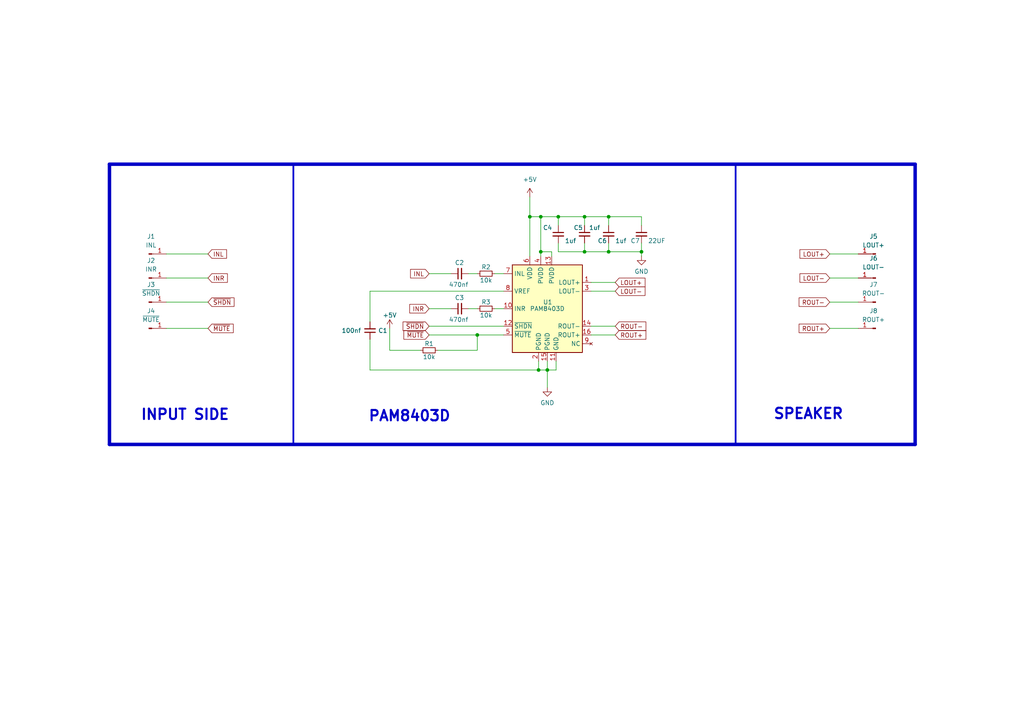
<source format=kicad_sch>
(kicad_sch (version 20211123) (generator eeschema)
  (paper "A4")
  (title_block (title "PAM8403D-KIT") (company "SPECIFIC_ELECTRONICS") (comment 1 "Author - Debraj Das") (comment 2 "Date - 1/11/2022"))
  (lib_symbols
    (symbol "Amplifier_Audio:PAM8403D"
      (property "Reference" "U?" (at -15.875 24.13 0))
      (property "Value" "PAM8403D" (at -19.685 22.225 0))
      (symbol "PAM8403D_0_1"
        (rectangle (start -10.16 12.7) (end 10.16 -12.7) (stroke (width 0.254)) (fill (type background)))
      )
      (symbol "PAM8403D_1_1"
        (pin output line (at 12.7 7.62 180) (length 2.54) (name "LOUT+") (number "1"))
        (pin input line (at -12.7 0 0) (length 2.54) (name "INR") (number "10"))
        (pin power_in line (at 2.54 -15.24 90) (length 2.54) (name "GND") (number "11"))
        (pin input line (at -12.7 -5.08 0) (length 2.54) (name "~{SHDN}") (number "12"))
        (pin input line (at 1.27 15.24 270) (length 2.54) (name "PVDD") (number "13"))
        (pin output line (at 12.7 -5.08 180) (length 2.54) (name "ROUT-") (number "14"))
        (pin passive line (at 0 -15.24 90) (length 2.54) (name "PGND") (number "15"))
        (pin output line (at 12.7 -7.62 180) (length 2.54) (name "ROUT+") (number "16"))
        (pin power_in line (at -2.54 -15.24 90) (length 2.54) (name "PGND") (number "2"))
        (pin output line (at 12.7 5.08 180) (length 2.54) (name "LOUT-") (number "3"))
        (pin power_in line (at -1.905 15.24 270) (length 2.54) (name "PVDD") (number "4"))
        (pin input line (at -12.7 -7.62 0) (length 2.54) (name "~{MUTE}") (number "5"))
        (pin power_in line (at -5.08 15.24 270) (length 2.54) (name "VDD") (number "6"))
        (pin input line (at -12.7 10.16 0) (length 2.54) (name "INL") (number "7"))
        (pin input line (at -12.7 5.08 0) (length 2.54) (name "VREF") (number "8"))
        (pin no_connect line (at 12.7 -10.16 180) (length 2.54) (name "NC") (number "9"))
      )
    )
    (symbol "Connector:Conn_01x01_Male" (pin_names (offset 1.016) hide)
      (property "Reference" "J" (at 0 2.54 0))
      (property "Value" "Conn_01x01_Male" (at 0 -2.54 0))
      (symbol "Conn_01x01_Male_1_1"
        (polyline (pts (xy 1.27 0) (xy 0.8636 0)) (stroke (width 0.1524)))
        (rectangle (start 0.8636 0.127) (end 0 -0.127) (stroke (width 0.1524)) (fill (type outline)))
        (pin passive line (at 5.08 0 180) (length 3.81) (name "Pin_1") (number "1"))
      )
    )
    (symbol "Device:C_Small" (pin_numbers hide) (pin_names (offset 0.254) hide)
      (property "Reference" "C" (at 0.254 1.778 0))
      (property "Value" "C_Small" (at 0.254 -2.032 0))
      (symbol "C_Small_0_1"
        (polyline (pts (xy -1.524 -0.508) (xy 1.524 -0.508)) (stroke (width 0.3302)))
        (polyline (pts (xy -1.524 0.508) (xy 1.524 0.508)) (stroke (width 0.3048)))
      )
      (symbol "C_Small_1_1"
        (pin passive line (at 0 2.54 270) (length 2.032) (name "~") (number "1"))
        (pin passive line (at 0 -2.54 90) (length 2.032) (name "~") (number "2"))
      )
    )
    (symbol "Device:R_Small" (pin_numbers hide) (pin_names (offset 0.254) hide)
      (property "Reference" "R" (at 0.762 0.508 0))
      (property "Value" "R_Small" (at 0.762 -1.016 0))
      (symbol "R_Small_0_1"
        (rectangle (start -0.762 1.778) (end 0.762 -1.778) (stroke (width 0.2032)))
      )
      (symbol "R_Small_1_1"
        (pin passive line (at 0 2.54 270) (length 0.762) (name "~") (number "1"))
        (pin passive line (at 0 -2.54 90) (length 0.762) (name "~") (number "2"))
      )
    )
    (symbol "power:+5V" (power) (pin_names (offset 0))
      (property "Value" "+5V" (at 0 3.556 0))
      (symbol "+5V_0_1"
        (polyline (pts (xy -0.762 1.27) (xy 0 2.54)))
        (polyline (pts (xy 0 0) (xy 0 2.54)))
        (polyline (pts (xy 0 2.54) (xy 0.762 1.27)))
      )
      (symbol "+5V_1_1"
        (pin power_in line (at 0 0 90) (length 0) hide (name "+5V") (number "1"))
      )
    )
    (symbol "power:GND" (power) (pin_names (offset 0))
      (property "Value" "GND" (at 0 -3.81 0))
      (symbol "GND_0_1"
        (polyline (pts (xy 0 0) (xy 0 -1.27) (xy 1.27 -1.27) (xy 0 -2.54) (xy -1.27 -1.27) (xy 0 -1.27)))
      )
      (symbol "GND_1_1"
        (pin power_in line (at 0 0 270) (length 0) hide (name "GND") (number "1"))
      )
    )
  )
  (junction (at 161.925 62.865))
  (junction (at 158.75 107.315))
  (junction (at 156.845 73.025))
  (junction (at 156.845 62.865))
  (junction (at 153.67 62.865))
  (junction (at 169.545 73.025))
  (junction (at 138.43 97.155))
  (junction (at 186.055 73.025))
  (junction (at 156.21 107.315))
  (junction (at 169.545 62.865))
  (junction (at 176.53 62.865))
  (junction (at 176.53 73.025))
  (wire (pts (xy 161.925 70.485) (xy 161.925 73.025)))
  (wire (pts (xy 161.29 104.775) (xy 161.29 107.315)))
  (wire (pts (xy 107.315 93.345) (xy 107.315 84.455)))
  (polyline (pts (xy 31.75 47.625) (xy 265.43 47.625)) (stroke (width 1) (type solid)))
  (wire (pts (xy 153.67 62.865) (xy 156.845 62.865)))
  (wire (pts (xy 124.46 89.535) (xy 130.81 89.535)))
  (wire (pts (xy 113.03 95.25) (xy 113.03 101.6)))
  (wire (pts (xy 240.665 80.645) (xy 248.92 80.645)))
  (polyline (pts (xy 31.75 47.625) (xy 31.75 128.905)) (stroke (width 1) (type solid)))
  (wire (pts (xy 171.45 81.915) (xy 178.435 81.915)))
  (wire (pts (xy 156.21 104.775) (xy 156.21 107.315)))
  (wire (pts (xy 138.43 97.155) (xy 138.43 101.6)))
  (wire (pts (xy 124.46 94.615) (xy 146.05 94.615)))
  (polyline (pts (xy 213.36 47.625) (xy 213.36 128.905)) (stroke (width 0.5) (type solid)))
  (wire (pts (xy 113.03 101.6) (xy 121.92 101.6)))
  (wire (pts (xy 186.055 73.025) (xy 186.055 74.295)))
  (wire (pts (xy 158.75 104.775) (xy 158.75 107.315)))
  (wire (pts (xy 124.46 79.375) (xy 130.81 79.375)))
  (polyline (pts (xy 85.09 47.625) (xy 85.09 128.905)) (stroke (width 0.5) (type solid)))
  (wire (pts (xy 48.26 87.63) (xy 60.325 87.63)))
  (wire (pts (xy 161.925 62.865) (xy 169.545 62.865)))
  (wire (pts (xy 158.75 107.315) (xy 158.75 112.395)))
  (wire (pts (xy 160.02 73.025) (xy 156.845 73.025)))
  (wire (pts (xy 169.545 70.485) (xy 169.545 73.025)))
  (wire (pts (xy 171.45 94.615) (xy 178.435 94.615)))
  (wire (pts (xy 135.89 89.535) (xy 138.43 89.535)))
  (wire (pts (xy 48.26 73.66) (xy 60.325 73.66)))
  (wire (pts (xy 156.845 74.295) (xy 156.845 73.025)))
  (wire (pts (xy 156.21 107.315) (xy 158.75 107.315)))
  (wire (pts (xy 138.43 97.155) (xy 146.05 97.155)))
  (wire (pts (xy 107.315 98.425) (xy 107.315 107.315)))
  (polyline (pts (xy 265.43 128.905) (xy 31.75 128.905)) (stroke (width 1) (type solid)))
  (wire (pts (xy 176.53 73.025) (xy 186.055 73.025)))
  (wire (pts (xy 161.29 107.315) (xy 158.75 107.315)))
  (wire (pts (xy 161.925 73.025) (xy 169.545 73.025)))
  (wire (pts (xy 127 101.6) (xy 138.43 101.6)))
  (wire (pts (xy 186.055 70.485) (xy 186.055 73.025)))
  (wire (pts (xy 171.45 97.155) (xy 178.435 97.155)))
  (wire (pts (xy 107.315 84.455) (xy 146.05 84.455)))
  (wire (pts (xy 186.055 65.405) (xy 186.055 62.865)))
  (wire (pts (xy 48.26 80.645) (xy 60.325 80.645)))
  (wire (pts (xy 176.53 73.025) (xy 176.53 70.485)))
  (polyline (pts (xy 265.43 47.625) (xy 265.43 128.905)) (stroke (width 1) (type solid)))
  (wire (pts (xy 171.45 84.455) (xy 178.435 84.455)))
  (wire (pts (xy 156.845 73.025) (xy 156.845 62.865)))
  (wire (pts (xy 143.51 89.535) (xy 146.05 89.535)))
  (wire (pts (xy 135.89 79.375) (xy 138.43 79.375)))
  (wire (pts (xy 240.665 95.25) (xy 248.92 95.25)))
  (wire (pts (xy 240.665 87.63) (xy 248.92 87.63)))
  (wire (pts (xy 48.26 95.25) (xy 60.325 95.25)))
  (wire (pts (xy 161.925 62.865) (xy 161.925 65.405)))
  (wire (pts (xy 156.845 62.865) (xy 161.925 62.865)))
  (wire (pts (xy 124.46 97.155) (xy 138.43 97.155)))
  (wire (pts (xy 186.055 62.865) (xy 176.53 62.865)))
  (wire (pts (xy 153.67 57.15) (xy 153.67 62.865)))
  (wire (pts (xy 169.545 62.865) (xy 169.545 65.405)))
  (wire (pts (xy 169.545 73.025) (xy 176.53 73.025)))
  (wire (pts (xy 176.53 62.865) (xy 176.53 65.405)))
  (polyline (pts (xy 97.155 128.905) (xy 96.52 128.905)))
  (wire (pts (xy 169.545 62.865) (xy 176.53 62.865)))
  (wire (pts (xy 153.67 74.295) (xy 153.67 62.865)))
  (wire (pts (xy 160.02 74.295) (xy 160.02 73.025)))
  (wire (pts (xy 240.665 73.66) (xy 248.92 73.66)))
  (wire (pts (xy 143.51 79.375) (xy 146.05 79.375)))
  (wire (pts (xy 107.315 107.315) (xy 156.21 107.315)))
  (text "PAM8403D" (at 106.68 122.555 0) (effects (font (size 3 3) (thickness 0.6) bold) (justify left bottom)))
  (text "INPUT SIDE\n\n" (at 40.64 127 0) (effects (font (size 3 3) (thickness 0.6) bold) (justify left bottom)))
  (text "SPEAKER\n" (at 224.155 121.92 0) (effects (font (size 3 3) (thickness 0.6) bold) (justify left bottom)))
  (global_label "ROUT-" (shape input) (at 240.665 87.63 180) (property "Intersheet References" "${INTERSHEET_REFS}" (effects hide)))
  (global_label "INL" (shape input) (at 60.325 73.66 0) (property "Intersheet References" "${INTERSHEET_REFS}" (effects hide)))
  (global_label "~{SHDN}" (shape input) (at 60.325 87.63 0) (property "Intersheet References" "${INTERSHEET_REFS}" (effects hide)))
  (global_label "INR" (shape input) (at 124.46 89.535 180) (property "Intersheet References" "${INTERSHEET_REFS}" (effects hide)))
  (global_label "LOUT-" (shape input) (at 240.665 80.645 180) (property "Intersheet References" "${INTERSHEET_REFS}" (effects hide)))
  (global_label "INL" (shape input) (at 124.46 79.375 180) (property "Intersheet References" "${INTERSHEET_REFS}" (effects hide)))
  (global_label "ROUT-" (shape input) (at 178.435 94.615 0) (property "Intersheet References" "${INTERSHEET_REFS}" (effects hide)))
  (global_label "LOUT+" (shape input) (at 178.435 81.915 0) (property "Intersheet References" "${INTERSHEET_REFS}" (effects hide)))
  (global_label "ROUT+" (shape input) (at 178.435 97.155 0) (property "Intersheet References" "${INTERSHEET_REFS}" (effects hide)))
  (global_label "~{SHDN}" (shape input) (at 124.46 94.615 180) (property "Intersheet References" "${INTERSHEET_REFS}" (effects hide)))
  (global_label "LOUT+" (shape input) (at 240.665 73.66 180) (property "Intersheet References" "${INTERSHEET_REFS}" (effects hide)))
  (global_label "INR" (shape input) (at 60.325 80.645 0) (property "Intersheet References" "${INTERSHEET_REFS}" (effects hide)))
  (global_label "LOUT-" (shape input) (at 178.435 84.455 0) (property "Intersheet References" "${INTERSHEET_REFS}" (effects hide)))
  (global_label "ROUT+" (shape input) (at 240.665 95.25 180) (property "Intersheet References" "${INTERSHEET_REFS}" (effects hide)))
  (global_label "~{MUTE}" (shape input) (at 124.46 97.155 180) (property "Intersheet References" "${INTERSHEET_REFS}" (effects hide)))
  (global_label "~{MUTE}" (shape input) (at 60.325 95.25 0) (property "Intersheet References" "${INTERSHEET_REFS}" (effects hide)))
  (symbol (lib_id "Device:R_Small") (at 140.97 89.535 90) (unit 1)
    (property "Reference" "R3" (at 140.97 87.63 90))
    (property "Value" "10k" (at 140.97 91.44 90))
    (property "Footprint" "Resistor_SMD:R_0603_1608Metric_Pad0.98x0.95mm_HandSolder" (effects hide))
  )
  (symbol (lib_id "Connector:Conn_01x01_Male") (at 43.18 95.25 0) (unit 1)
    (property "Reference" "J4" (at 43.815 90.17 0))
    (property "Value" "~{MUTE}" (at 43.815 92.71 0))
    (property "Footprint" "Connector_PinHeader_1.27mm:PinHeader_1x01_P1.27mm_Vertical" (effects hide))
  )
  (symbol (lib_id "Device:C_Small") (at 186.055 67.945 0) (unit 1)
    (property "Reference" "C7" (at 182.88 69.85 0) (effects (justify left)))
    (property "Value" "22UF" (at 187.96 69.85 0) (effects (justify left)))
    (property "Footprint" "Capacitor_SMD:C_0805_2012Metric_Pad1.18x1.45mm_HandSolder" (effects hide))
  )
  (symbol (lib_id "Connector:Conn_01x01_Male") (at 43.18 87.63 0) (unit 1)
    (property "Reference" "J3" (at 43.815 82.55 0))
    (property "Value" "~{SHDN}" (at 43.815 85.09 0))
    (property "Footprint" "Connector_PinHeader_1.27mm:PinHeader_1x01_P1.27mm_Vertical" (effects hide))
  )
  (symbol (lib_id "Device:C_Small") (at 169.545 67.945 0) (unit 1)
    (property "Reference" "C5" (at 166.37 66.04 0) (effects (justify left)))
    (property "Value" "1uf" (at 170.815 66.04 0) (effects (justify left)))
    (property "Footprint" "Capacitor_SMD:C_0603_1608Metric_Pad1.08x0.95mm_HandSolder" (effects hide))
  )
  (symbol (lib_id "Connector:Conn_01x01_Male") (at 254 87.63 0) (mirror y) (unit 1)
    (property "Reference" "J7" (at 253.365 82.55 0))
    (property "Value" "ROUT-" (at 253.365 85.09 0))
    (property "Footprint" "Connector_PinHeader_1.27mm:PinHeader_1x01_P1.27mm_Vertical" (effects hide))
  )
  (symbol (lib_id "Connector:Conn_01x01_Male") (at 254 80.645 0) (mirror y) (unit 1)
    (property "Reference" "J6" (at 253.365 74.93 0))
    (property "Value" "LOUT-" (at 253.365 77.47 0))
    (property "Footprint" "Connector_PinHeader_1.27mm:PinHeader_1x01_P1.27mm_Vertical" (effects hide))
  )
  (symbol (lib_id "Amplifier_Audio:PAM8403D") (at 158.75 89.535 0) (unit 1)
    (property "Reference" "U1" (at 157.48 87.63 0) (effects (justify left)))
    (property "Value" "PAM8403D" (at 153.67 89.535 0) (effects (justify left)))
    (property "Footprint" "Package_SO:SOP-16_3.9x9.9mm_P1.27mm" (effects hide))
    (property "Datasheet" "https://www.diodes.com/assets/Datasheets/PAM8403.pdf" (effects hide))
  )
  (symbol (lib_id "Device:C_Small") (at 107.315 95.885 180) (unit 1)
    (property "Reference" "C1" (at 112.395 95.885 0) (effects (justify left)))
    (property "Value" "100nf" (at 104.775 95.885 0) (effects (justify left)))
    (property "Footprint" "Capacitor_SMD:C_0603_1608Metric_Pad1.08x0.95mm_HandSolder" (effects hide))
  )
  (symbol (lib_id "power:GND") (at 186.055 74.295 0) (unit 1)
    (property "Reference" "#PWR04" (effects hide))
    (property "Value" "GND" (at 186.055 78.74 0))
  )
  (symbol (lib_id "power:+5V") (at 113.03 95.25 0) (unit 1)
    (property "Reference" "#PWR01" (effects hide))
    (property "Value" "+5V" (at 113.03 91.44 0))
  )
  (symbol (lib_id "Connector:Conn_01x01_Male") (at 43.18 73.66 0) (unit 1)
    (property "Reference" "J1" (at 43.815 68.58 0))
    (property "Value" "INL" (at 43.815 71.12 0))
    (property "Footprint" "Connector_PinHeader_1.27mm:PinHeader_1x01_P1.27mm_Vertical" (effects hide))
  )
  (symbol (lib_id "power:GND") (at 158.75 112.395 0) (unit 1)
    (property "Reference" "#PWR03" (effects hide))
    (property "Value" "GND" (at 158.75 116.84 0))
  )
  (symbol (lib_id "Connector:Conn_01x01_Male") (at 43.18 80.645 0) (unit 1)
    (property "Reference" "J2" (at 43.815 75.565 0))
    (property "Value" "INR" (at 43.815 78.105 0))
    (property "Footprint" "Connector_PinHeader_1.27mm:PinHeader_1x01_P1.27mm_Vertical" (effects hide))
  )
  (symbol (lib_id "Connector:Conn_01x01_Male") (at 254 95.25 0) (mirror y) (unit 1)
    (property "Reference" "J8" (at 253.365 90.17 0))
    (property "Value" "ROUT+" (at 253.365 92.71 0))
    (property "Footprint" "Connector_PinHeader_1.27mm:PinHeader_1x01_P1.27mm_Vertical" (effects hide))
  )
  (symbol (lib_id "Device:C_Small") (at 161.925 67.945 0) (unit 1)
    (property "Reference" "C4" (at 157.48 66.04 0) (effects (justify left)))
    (property "Value" "1uf" (at 163.83 69.85 0) (effects (justify left)))
    (property "Footprint" "Capacitor_SMD:C_0603_1608Metric_Pad1.08x0.95mm_HandSolder" (effects hide))
  )
  (symbol (lib_id "Device:C_Small") (at 133.35 79.375 90) (unit 1)
    (property "Reference" "C2" (at 134.62 76.2 90) (effects (justify left)))
    (property "Value" "470nf" (at 135.89 82.55 90) (effects (justify left)))
    (property "Footprint" "Capacitor_SMD:C_0603_1608Metric_Pad1.08x0.95mm_HandSolder" (effects hide))
  )
  (symbol (lib_id "Device:R_Small") (at 140.97 79.375 90) (unit 1)
    (property "Reference" "R2" (at 140.97 77.47 90))
    (property "Value" "10k" (at 140.97 81.28 90))
    (property "Footprint" "Resistor_SMD:R_0603_1608Metric_Pad0.98x0.95mm_HandSolder" (effects hide))
  )
  (symbol (lib_id "Device:R_Small") (at 124.46 101.6 90) (unit 1)
    (property "Reference" "R1" (at 124.46 99.695 90))
    (property "Value" "10k" (at 124.46 103.505 90))
    (property "Footprint" "Resistor_SMD:R_0603_1608Metric_Pad0.98x0.95mm_HandSolder" (effects hide))
  )
  (symbol (lib_id "Connector:Conn_01x01_Male") (at 254 73.66 0) (mirror y) (unit 1)
    (property "Reference" "J5" (at 253.365 68.58 0))
    (property "Value" "LOUT+" (at 253.365 71.12 0))
    (property "Footprint" "Connector_PinHeader_1.27mm:PinHeader_1x01_P1.27mm_Vertical" (effects hide))
  )
  (symbol (lib_id "Device:C_Small") (at 133.35 89.535 90) (unit 1)
    (property "Reference" "C3" (at 134.62 86.36 90) (effects (justify left)))
    (property "Value" "470nf" (at 135.89 92.71 90) (effects (justify left)))
    (property "Footprint" "Capacitor_SMD:C_0603_1608Metric_Pad1.08x0.95mm_HandSolder" (effects hide))
  )
  (symbol (lib_id "Device:C_Small") (at 176.53 67.945 0) (unit 1)
    (property "Reference" "C6" (at 173.355 69.85 0) (effects (justify left)))
    (property "Value" "1uf" (at 178.435 69.85 0) (effects (justify left)))
    (property "Footprint" "Capacitor_SMD:C_0603_1608Metric_Pad1.08x0.95mm_HandSolder" (effects hide))
  )
  (symbol (lib_id "power:+5V") (at 153.67 57.15 0) (unit 1)
    (property "Reference" "#PWR02" (effects hide))
    (property "Value" "+5V" (at 153.67 52.07 0))
  )
)
</source>
